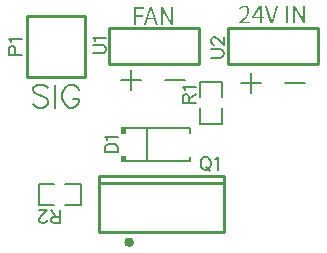
<source format=gto>
G04 Layer: TopSilkLayer*
G04 EasyEDA v6.4.25, 2021-12-08T09:20:59--6:00*
G04 69f887db25cf48ce9622c15e18288c25,10*
G04 Gerber Generator version 0.2*
G04 Scale: 100 percent, Rotated: No, Reflected: No *
G04 Dimensions in millimeters *
G04 leading zeros omitted , absolute positions ,4 integer and 5 decimal *
%FSLAX45Y45*%
%MOMM*%

%ADD10C,0.2540*%
%ADD17C,0.1524*%
%ADD18C,0.4000*%
%ADD19C,0.2032*%

%LPD*%
G36*
X2404364Y15553944D02*
G01*
X2404364Y15405100D01*
X2420112Y15405100D01*
X2420061Y15492425D01*
X2419400Y15509544D01*
X2418080Y15531846D01*
X2419096Y15531846D01*
X2435352Y15501366D01*
X2491232Y15405100D01*
X2508758Y15405100D01*
X2508758Y15553944D01*
X2492756Y15553944D01*
X2492806Y15467685D01*
X2493111Y15455950D01*
X2494788Y15426944D01*
X2493772Y15426944D01*
X2477770Y15457424D01*
X2421636Y15553944D01*
G37*
G36*
X2313178Y15553944D02*
G01*
X2282923Y15465298D01*
X2298700Y15465298D01*
X2314397Y15514269D01*
X2321814Y15539719D01*
X2322576Y15539719D01*
X2333904Y15501924D01*
X2338070Y15489428D01*
X2345690Y15465298D01*
X2282923Y15465298D01*
X2262378Y15405100D01*
X2279396Y15405100D01*
X2294636Y15452090D01*
X2350008Y15452090D01*
X2364740Y15405100D01*
X2382774Y15405100D01*
X2331720Y15553944D01*
G37*
G36*
X2179828Y15553944D02*
G01*
X2179828Y15405100D01*
X2196592Y15405100D01*
X2196592Y15472918D01*
X2253996Y15472918D01*
X2253996Y15487142D01*
X2196592Y15487142D01*
X2196592Y15539719D01*
X2264156Y15539719D01*
X2264156Y15553944D01*
G37*
G36*
X3112008Y15569184D02*
G01*
X3105404Y15568777D01*
X3099206Y15567609D01*
X3093466Y15565729D01*
X3088030Y15563189D01*
X3082899Y15560040D01*
X3078022Y15556331D01*
X3073349Y15552064D01*
X3068828Y15547340D01*
X3078480Y15538196D01*
X3081832Y15541802D01*
X3085338Y15545104D01*
X3089046Y15548101D01*
X3092907Y15550692D01*
X3096971Y15552775D01*
X3101238Y15554401D01*
X3105658Y15555366D01*
X3110230Y15555722D01*
X3116986Y15555112D01*
X3122777Y15553385D01*
X3127654Y15550642D01*
X3131566Y15546933D01*
X3134614Y15542412D01*
X3136747Y15537180D01*
X3138017Y15531338D01*
X3138424Y15524988D01*
X3138271Y15521127D01*
X3137001Y15513100D01*
X3134410Y15504769D01*
X3130448Y15496082D01*
X3127959Y15491561D01*
X3121964Y15482265D01*
X3114497Y15472460D01*
X3105607Y15462148D01*
X3095193Y15451277D01*
X3083306Y15439796D01*
X3069844Y15427706D01*
X3069844Y15417800D01*
X3161792Y15417800D01*
X3161792Y15432024D01*
X3113328Y15431922D01*
X3094736Y15430754D01*
X3105302Y15440913D01*
X3115005Y15450921D01*
X3123793Y15460675D01*
X3131616Y15470276D01*
X3138424Y15479776D01*
X3141421Y15484449D01*
X3146552Y15493746D01*
X3150463Y15502991D01*
X3153156Y15512135D01*
X3153968Y15516656D01*
X3154527Y15521228D01*
X3154680Y15525750D01*
X3154324Y15532150D01*
X3153359Y15538145D01*
X3151733Y15543682D01*
X3149498Y15548762D01*
X3146653Y15553334D01*
X3143250Y15557347D01*
X3139287Y15560852D01*
X3134817Y15563799D01*
X3129838Y15566136D01*
X3124352Y15567812D01*
X3118408Y15568828D01*
G37*
G36*
X3523487Y15566644D02*
G01*
X3523487Y15417800D01*
X3539236Y15417800D01*
X3539185Y15505125D01*
X3538524Y15522244D01*
X3537204Y15544546D01*
X3538220Y15544546D01*
X3554476Y15514066D01*
X3610356Y15417800D01*
X3627882Y15417800D01*
X3627882Y15566644D01*
X3611879Y15566644D01*
X3611930Y15480385D01*
X3612235Y15468650D01*
X3613912Y15439644D01*
X3612896Y15439644D01*
X3596894Y15470124D01*
X3540760Y15566644D01*
G37*
G36*
X3465068Y15566644D02*
G01*
X3465068Y15417800D01*
X3481832Y15417800D01*
X3481832Y15566644D01*
G37*
G36*
X3284220Y15566644D02*
G01*
X3331972Y15417800D01*
X3351276Y15417800D01*
X3398774Y15566644D01*
X3381756Y15566644D01*
X3342386Y15435326D01*
X3341624Y15435326D01*
X3334054Y15459811D01*
X3326892Y15484348D01*
X3302000Y15566644D01*
G37*
G36*
X3239262Y15566644D02*
G01*
X3177513Y15472410D01*
X3193796Y15472410D01*
X3229864Y15525750D01*
X3235909Y15536570D01*
X3241548Y15547340D01*
X3242564Y15547340D01*
X3241751Y15534030D01*
X3241294Y15520924D01*
X3241294Y15472410D01*
X3177513Y15472410D01*
X3176016Y15470124D01*
X3176016Y15459201D01*
X3241294Y15459201D01*
X3241294Y15417800D01*
X3257042Y15417800D01*
X3257042Y15459201D01*
X3277362Y15459201D01*
X3277362Y15472410D01*
X3257042Y15472410D01*
X3257042Y15566644D01*
G37*
D19*
X1450086Y14871192D02*
G01*
X1431544Y14889734D01*
X1403857Y14898878D01*
X1367028Y14898878D01*
X1339342Y14889734D01*
X1320800Y14871192D01*
X1320800Y14852650D01*
X1329944Y14834362D01*
X1339342Y14824963D01*
X1357629Y14815820D01*
X1413255Y14797278D01*
X1431544Y14788134D01*
X1440942Y14778989D01*
X1450086Y14760447D01*
X1450086Y14732762D01*
X1431544Y14714220D01*
X1403857Y14705076D01*
X1367028Y14705076D01*
X1339342Y14714220D01*
X1320800Y14732762D01*
X1511045Y14898878D02*
G01*
X1511045Y14705076D01*
X1710689Y14852650D02*
G01*
X1701292Y14871192D01*
X1682750Y14889734D01*
X1664462Y14898878D01*
X1627378Y14898878D01*
X1609089Y14889734D01*
X1590547Y14871192D01*
X1581150Y14852650D01*
X1572005Y14824963D01*
X1572005Y14778989D01*
X1581150Y14751050D01*
X1590547Y14732762D01*
X1609089Y14714220D01*
X1627378Y14705076D01*
X1664462Y14705076D01*
X1682750Y14714220D01*
X1701292Y14732762D01*
X1710689Y14751050D01*
X1710689Y14778989D01*
X1664462Y14778989D02*
G01*
X1710689Y14778989D01*
X3169158Y14998192D02*
G01*
X3169158Y14832076D01*
X3086100Y14915134D02*
G01*
X3252470Y14915134D01*
X3455670Y14915134D02*
G01*
X3621786Y14915134D01*
X2153158Y15023592D02*
G01*
X2153158Y14857476D01*
X2070100Y14940534D02*
G01*
X2236470Y14940534D01*
X2439670Y14940534D02*
G01*
X2605786Y14940534D01*
D17*
X2589784Y14744700D02*
G01*
X2698750Y14744700D01*
X2589784Y14744700D02*
G01*
X2589784Y14791436D01*
X2594863Y14806929D01*
X2600197Y14812263D01*
X2610611Y14817344D01*
X2621025Y14817344D01*
X2631440Y14812263D01*
X2636520Y14806929D01*
X2641600Y14791436D01*
X2641600Y14744700D01*
X2641600Y14781021D02*
G01*
X2698750Y14817344D01*
X2610611Y14851634D02*
G01*
X2605277Y14862047D01*
X2589784Y14877795D01*
X2698750Y14877795D01*
X1549400Y13727684D02*
G01*
X1549400Y13836650D01*
X1549400Y13727684D02*
G01*
X1502663Y13727684D01*
X1487170Y13732763D01*
X1481836Y13738097D01*
X1476755Y13748512D01*
X1476755Y13758926D01*
X1481836Y13769339D01*
X1487170Y13774420D01*
X1502663Y13779500D01*
X1549400Y13779500D01*
X1513078Y13779500D02*
G01*
X1476755Y13836650D01*
X1437131Y13753592D02*
G01*
X1437131Y13748512D01*
X1432052Y13738097D01*
X1426718Y13732763D01*
X1416304Y13727684D01*
X1395729Y13727684D01*
X1385315Y13732763D01*
X1379981Y13738097D01*
X1374902Y13748512D01*
X1374902Y13758926D01*
X1379981Y13769339D01*
X1390395Y13784834D01*
X1442465Y13836650D01*
X1369568Y13836650D01*
X1929384Y14325600D02*
G01*
X2038350Y14325600D01*
X1929384Y14325600D02*
G01*
X1929384Y14361921D01*
X1934463Y14377670D01*
X1944877Y14387829D01*
X1955291Y14393163D01*
X1971040Y14398244D01*
X1996947Y14398244D01*
X2012441Y14393163D01*
X2022856Y14387829D01*
X2033270Y14377670D01*
X2038350Y14361921D01*
X2038350Y14325600D01*
X1950211Y14432534D02*
G01*
X1944877Y14442947D01*
X1929384Y14458695D01*
X2038350Y14458695D01*
X1116584Y15151100D02*
G01*
X1225550Y15151100D01*
X1116584Y15151100D02*
G01*
X1116584Y15197836D01*
X1121663Y15213329D01*
X1126997Y15218663D01*
X1137412Y15223744D01*
X1152905Y15223744D01*
X1163320Y15218663D01*
X1168400Y15213329D01*
X1173734Y15197836D01*
X1173734Y15151100D01*
X1137412Y15258034D02*
G01*
X1132078Y15268447D01*
X1116584Y15284195D01*
X1225550Y15284195D01*
X2774441Y14288516D02*
G01*
X2764027Y14283436D01*
X2753613Y14273021D01*
X2748279Y14262607D01*
X2743200Y14246860D01*
X2743200Y14220952D01*
X2748279Y14205457D01*
X2753613Y14195044D01*
X2764027Y14184629D01*
X2774441Y14179550D01*
X2795270Y14179550D01*
X2805429Y14184629D01*
X2815843Y14195044D01*
X2821177Y14205457D01*
X2826258Y14220952D01*
X2826258Y14246860D01*
X2821177Y14262607D01*
X2815843Y14273021D01*
X2805429Y14283436D01*
X2795270Y14288516D01*
X2774441Y14288516D01*
X2789936Y14200124D02*
G01*
X2821177Y14169136D01*
X2860547Y14267687D02*
G01*
X2870961Y14273021D01*
X2886709Y14288516D01*
X2886709Y14179550D01*
X1827784Y15163800D02*
G01*
X1905762Y15163800D01*
X1921255Y15168879D01*
X1931670Y15179294D01*
X1936750Y15195042D01*
X1936750Y15205455D01*
X1931670Y15220950D01*
X1921255Y15231363D01*
X1905762Y15236444D01*
X1827784Y15236444D01*
X1848612Y15270734D02*
G01*
X1843278Y15281147D01*
X1827784Y15296895D01*
X1936750Y15296895D01*
X2831084Y15125700D02*
G01*
X2909061Y15125700D01*
X2924556Y15130779D01*
X2934970Y15141194D01*
X2940050Y15156942D01*
X2940050Y15167355D01*
X2934970Y15182850D01*
X2924556Y15193263D01*
X2909061Y15198344D01*
X2831084Y15198344D01*
X2856991Y15237968D02*
G01*
X2851911Y15237968D01*
X2841497Y15243047D01*
X2836163Y15248381D01*
X2831084Y15258795D01*
X2831084Y15279370D01*
X2836163Y15289784D01*
X2841497Y15295118D01*
X2851911Y15300197D01*
X2862325Y15300197D01*
X2872740Y15295118D01*
X2888234Y15284704D01*
X2940050Y15232634D01*
X2940050Y15305531D01*
G36*
X2064156Y14536826D02*
G01*
X2064156Y14483994D01*
X2109876Y14483994D01*
X2109876Y14536826D01*
G37*
G36*
X2064156Y14294205D02*
G01*
X2064156Y14241373D01*
X2109876Y14241373D01*
X2109876Y14294205D01*
G37*
X2923809Y14792319D02*
G01*
X2923809Y14920813D01*
X2740390Y14920813D01*
X2740390Y14792319D01*
X2923809Y14697080D02*
G01*
X2923809Y14568586D01*
X2740390Y14568586D01*
X2740390Y14697080D01*
X1501780Y14061709D02*
G01*
X1373286Y14061709D01*
X1373286Y13878290D01*
X1501780Y13878290D01*
X1597019Y14061709D02*
G01*
X1725513Y14061709D01*
X1725513Y13878290D01*
X1597019Y13878290D01*
X2286261Y14529221D02*
G01*
X2286261Y14248978D01*
X2102276Y14529221D02*
G01*
X2647523Y14529221D01*
X2102276Y14248978D02*
G01*
X2647523Y14248978D01*
X2647523Y14529221D02*
G01*
X2647523Y14489069D01*
X2647523Y14248978D02*
G01*
X2647523Y14289130D01*
D10*
X1270000Y14960600D02*
G01*
X1765300Y14960600D01*
X1765300Y15481300D01*
X1270000Y15481300D01*
X1270000Y14960600D01*
X1882891Y14127002D02*
G01*
X2943092Y14127002D01*
X2943092Y13647193D01*
X1882891Y13647193D01*
X1882891Y14126494D01*
X1882891Y14127002D01*
X2942988Y14067086D02*
G01*
X1882995Y14067086D01*
X1968500Y15074900D02*
G01*
X1968500Y15379700D01*
X2730500Y15379700D01*
X2730500Y15074900D01*
X1968500Y15074900D01*
X2971800Y15074900D02*
G01*
X2971800Y15379700D01*
X3733800Y15379700D01*
X3733800Y15074900D01*
X2971800Y15074900D01*
D18*
G75*
G01*
X2135995Y13584596D02*
G03*
X2136249Y13584596I127J-20000D01*
M02*

</source>
